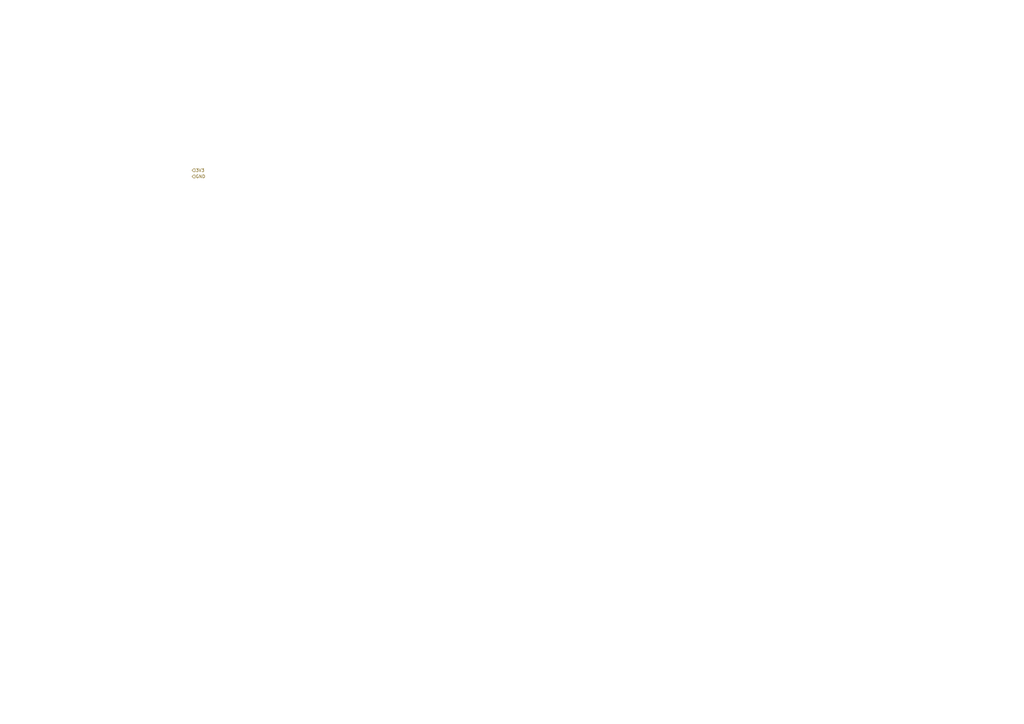
<source format=kicad_sch>
(kicad_sch
	(version 20250114)
	(generator "eeschema")
	(generator_version "9.0")
	(uuid "d0c039b5-7a62-49cd-81f5-49d1c36837fb")
	(paper "A3")
	(lib_symbols)
	(hierarchical_label "GND"
		(shape input)
		(at 78.74 72.39 0)
		(effects
			(font
				(size 1.27 1.27)
			)
			(justify left)
		)
		(uuid "1f2ac086-b7fb-4d9c-b49e-6faca4b937ab")
	)
	(hierarchical_label "3V3"
		(shape input)
		(at 78.74 69.85 0)
		(effects
			(font
				(size 1.27 1.27)
			)
			(justify left)
		)
		(uuid "f93735ff-97f3-4e14-9712-80e2230dc932")
	)
)

</source>
